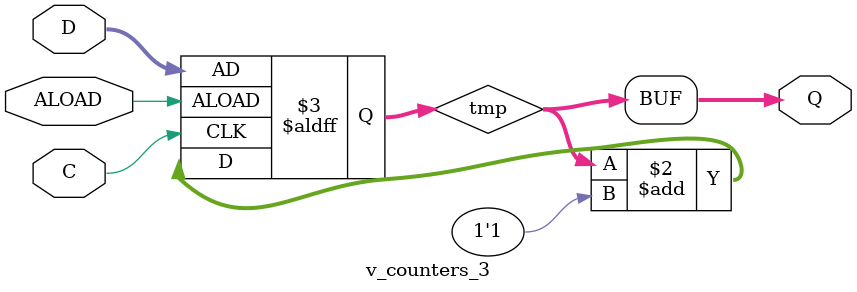
<source format=v>
module v_counters_3 (C, ALOAD, D, Q);
    input C, ALOAD;
    input [3:0] D;
    output [3:0] Q;
    reg [3:0] tmp;

    always @(posedge C or posedge ALOAD)
    begin
        if (ALOAD)
            tmp <= D;
        else
            tmp <= tmp + 1'b1;
    end

    assign Q = tmp;

endmodule

</source>
